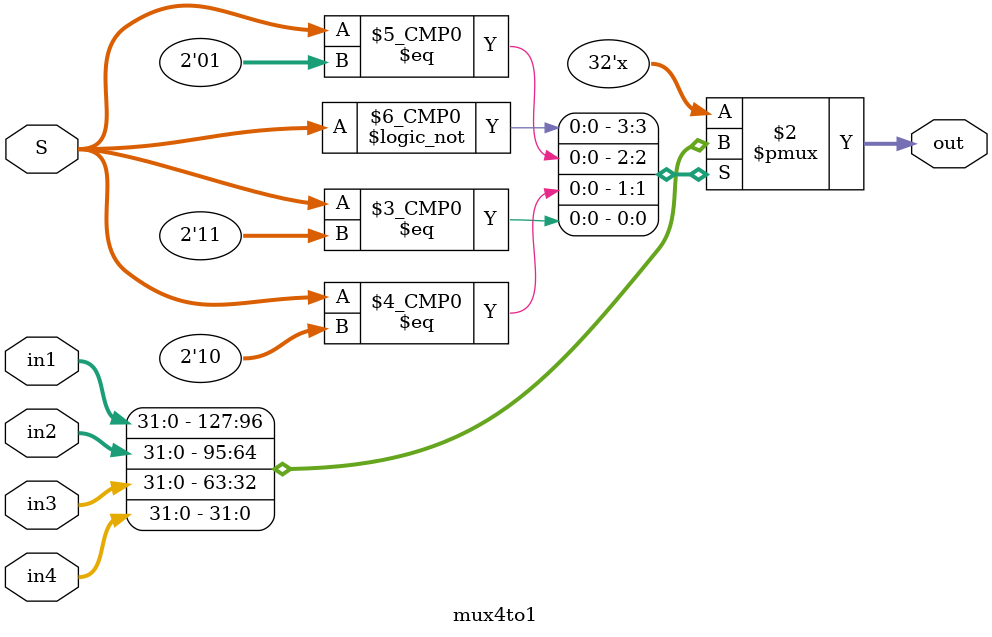
<source format=v>
module mux4to1 #(parameter size = 32) (in1,in2,in3,in4,S,out);

input[size-1:0] in1,in2,in3,in4;
input[1:0] S;
output reg[size-1:0] out;

always @(*)
	begin
	case(S)
		2'b00: out = in1;
		2'b01: out = in2;
		2'b10: out = in3;
		2'b11: out = in4;
	
		default: out = 0;
		
	endcase
	end 	
endmodule 
</source>
